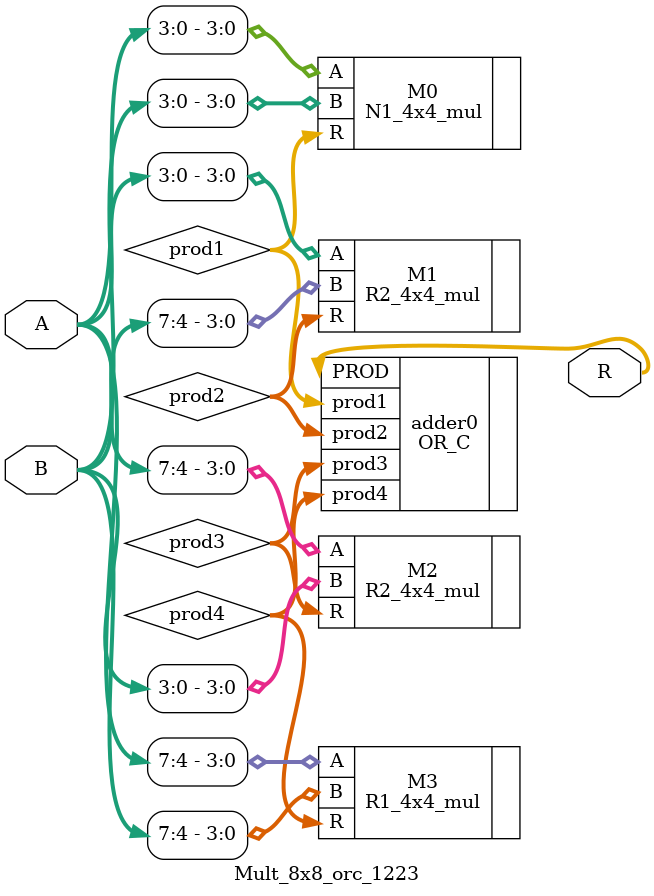
<source format=v>
module Mult_8x8_orc_1223(
input [7:0] A,
input [7:0] B,
output [15:0]R
);
wire [7:0]prod1;
wire [7:0]prod2;
wire [7:0]prod3;
wire [7:0]prod4;

N1_4x4_mul M0(.A(A[3:0]),.B(B[3:0]),.R(prod1));
R2_4x4_mul M1(.A(A[3:0]),.B(B[7:4]),.R(prod2));
R2_4x4_mul M2(.A(A[7:4]),.B(B[3:0]),.R(prod3));
R1_4x4_mul M3(.A(A[7:4]),.B(B[7:4]),.R(prod4));
OR_C adder0(.prod1(prod1),.prod2(prod2),.prod3(prod3),.prod4(prod4),.PROD(R));
endmodule

</source>
